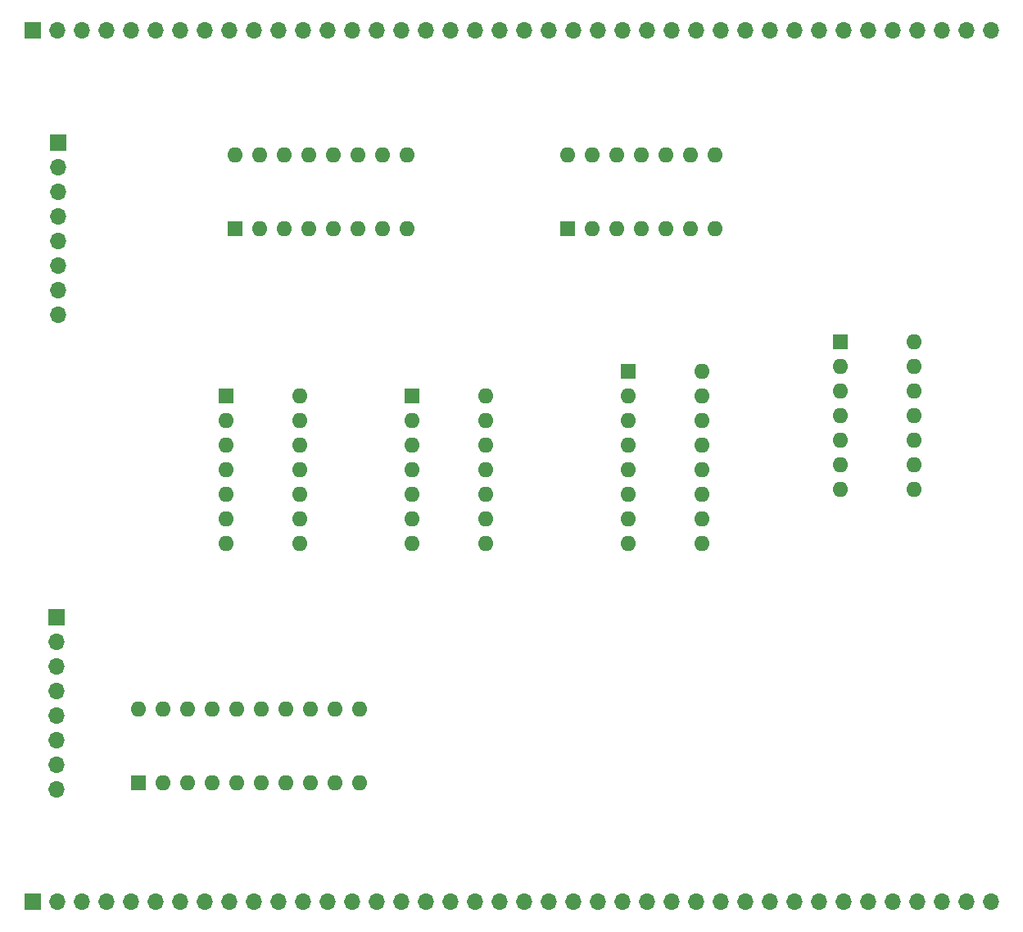
<source format=gbs>
G04 #@! TF.GenerationSoftware,KiCad,Pcbnew,(5.1.9)-1*
G04 #@! TF.CreationDate,2021-11-21T16:09:14-05:00*
G04 #@! TF.ProjectId,flags,666c6167-732e-46b6-9963-61645f706362,1.0*
G04 #@! TF.SameCoordinates,Original*
G04 #@! TF.FileFunction,Soldermask,Bot*
G04 #@! TF.FilePolarity,Negative*
%FSLAX46Y46*%
G04 Gerber Fmt 4.6, Leading zero omitted, Abs format (unit mm)*
G04 Created by KiCad (PCBNEW (5.1.9)-1) date 2021-11-21 16:09:14*
%MOMM*%
%LPD*%
G01*
G04 APERTURE LIST*
%ADD10O,1.700000X1.700000*%
%ADD11R,1.700000X1.700000*%
%ADD12O,1.600000X1.600000*%
%ADD13R,1.600000X1.600000*%
G04 APERTURE END LIST*
D10*
X88900000Y-124400000D03*
X88900000Y-121860000D03*
X88900000Y-119320000D03*
X88900000Y-116780000D03*
X88900000Y-114240000D03*
X88900000Y-111700000D03*
X88900000Y-109160000D03*
D11*
X88900000Y-106620000D03*
D10*
X89000000Y-75380000D03*
X89000000Y-72840000D03*
X89000000Y-70300000D03*
X89000000Y-67760000D03*
X89000000Y-65220000D03*
X89000000Y-62680000D03*
X89000000Y-60140000D03*
D11*
X89000000Y-57600000D03*
D12*
X177520000Y-78200000D03*
X169900000Y-93440000D03*
X177520000Y-80740000D03*
X169900000Y-90900000D03*
X177520000Y-83280000D03*
X169900000Y-88360000D03*
X177520000Y-85820000D03*
X169900000Y-85820000D03*
X177520000Y-88360000D03*
X169900000Y-83280000D03*
X177520000Y-90900000D03*
X169900000Y-80740000D03*
X177520000Y-93440000D03*
D13*
X169900000Y-78200000D03*
D12*
X141700000Y-58880000D03*
X156940000Y-66500000D03*
X144240000Y-58880000D03*
X154400000Y-66500000D03*
X146780000Y-58880000D03*
X151860000Y-66500000D03*
X149320000Y-58880000D03*
X149320000Y-66500000D03*
X151860000Y-58880000D03*
X146780000Y-66500000D03*
X154400000Y-58880000D03*
X144240000Y-66500000D03*
X156940000Y-58880000D03*
D13*
X141700000Y-66500000D03*
D12*
X97300000Y-116080000D03*
X120160000Y-123700000D03*
X99840000Y-116080000D03*
X117620000Y-123700000D03*
X102380000Y-116080000D03*
X115080000Y-123700000D03*
X104920000Y-116080000D03*
X112540000Y-123700000D03*
X107460000Y-116080000D03*
X110000000Y-123700000D03*
X110000000Y-116080000D03*
X107460000Y-123700000D03*
X112540000Y-116080000D03*
X104920000Y-123700000D03*
X115080000Y-116080000D03*
X102380000Y-123700000D03*
X117620000Y-116080000D03*
X99840000Y-123700000D03*
X120160000Y-116080000D03*
D13*
X97300000Y-123700000D03*
D12*
X155620000Y-81220000D03*
X148000000Y-99000000D03*
X155620000Y-83760000D03*
X148000000Y-96460000D03*
X155620000Y-86300000D03*
X148000000Y-93920000D03*
X155620000Y-88840000D03*
X148000000Y-91380000D03*
X155620000Y-91380000D03*
X148000000Y-88840000D03*
X155620000Y-93920000D03*
X148000000Y-86300000D03*
X155620000Y-96460000D03*
X148000000Y-83760000D03*
X155620000Y-99000000D03*
D13*
X148000000Y-81220000D03*
D12*
X114020000Y-83800000D03*
X106400000Y-99040000D03*
X114020000Y-86340000D03*
X106400000Y-96500000D03*
X114020000Y-88880000D03*
X106400000Y-93960000D03*
X114020000Y-91420000D03*
X106400000Y-91420000D03*
X114020000Y-93960000D03*
X106400000Y-88880000D03*
X114020000Y-96500000D03*
X106400000Y-86340000D03*
X114020000Y-99040000D03*
D13*
X106400000Y-83800000D03*
D12*
X133220000Y-83800000D03*
X125600000Y-99040000D03*
X133220000Y-86340000D03*
X125600000Y-96500000D03*
X133220000Y-88880000D03*
X125600000Y-93960000D03*
X133220000Y-91420000D03*
X125600000Y-91420000D03*
X133220000Y-93960000D03*
X125600000Y-88880000D03*
X133220000Y-96500000D03*
X125600000Y-86340000D03*
X133220000Y-99040000D03*
D13*
X125600000Y-83800000D03*
D12*
X107300000Y-58880000D03*
X125080000Y-66500000D03*
X109840000Y-58880000D03*
X122540000Y-66500000D03*
X112380000Y-58880000D03*
X120000000Y-66500000D03*
X114920000Y-58880000D03*
X117460000Y-66500000D03*
X117460000Y-58880000D03*
X114920000Y-66500000D03*
X120000000Y-58880000D03*
X112380000Y-66500000D03*
X122540000Y-58880000D03*
X109840000Y-66500000D03*
X125080000Y-58880000D03*
D13*
X107300000Y-66500000D03*
D10*
X185460000Y-136000000D03*
X182920000Y-136000000D03*
X180380000Y-136000000D03*
X177840000Y-136000000D03*
X175300000Y-136000000D03*
X172760000Y-136000000D03*
X170220000Y-136000000D03*
X167680000Y-136000000D03*
X165140000Y-136000000D03*
X162600000Y-136000000D03*
X160060000Y-136000000D03*
X157520000Y-136000000D03*
X154980000Y-136000000D03*
X152440000Y-136000000D03*
X149900000Y-136000000D03*
X147360000Y-136000000D03*
X144820000Y-136000000D03*
X142280000Y-136000000D03*
X139740000Y-136000000D03*
X137200000Y-136000000D03*
X134660000Y-136000000D03*
X132120000Y-136000000D03*
X129580000Y-136000000D03*
X127040000Y-136000000D03*
X124500000Y-136000000D03*
X121960000Y-136000000D03*
X119420000Y-136000000D03*
X116880000Y-136000000D03*
X114340000Y-136000000D03*
X111800000Y-136000000D03*
X109260000Y-136000000D03*
X106720000Y-136000000D03*
X104180000Y-136000000D03*
X101640000Y-136000000D03*
X99100000Y-136000000D03*
X96560000Y-136000000D03*
X94020000Y-136000000D03*
X91480000Y-136000000D03*
X88940000Y-136000000D03*
D11*
X86400000Y-136000000D03*
D10*
X185460000Y-46000000D03*
X182920000Y-46000000D03*
X180380000Y-46000000D03*
X177840000Y-46000000D03*
X175300000Y-46000000D03*
X172760000Y-46000000D03*
X170220000Y-46000000D03*
X167680000Y-46000000D03*
X165140000Y-46000000D03*
X162600000Y-46000000D03*
X160060000Y-46000000D03*
X157520000Y-46000000D03*
X154980000Y-46000000D03*
X152440000Y-46000000D03*
X149900000Y-46000000D03*
X147360000Y-46000000D03*
X144820000Y-46000000D03*
X142280000Y-46000000D03*
X139740000Y-46000000D03*
X137200000Y-46000000D03*
X134660000Y-46000000D03*
X132120000Y-46000000D03*
X129580000Y-46000000D03*
X127040000Y-46000000D03*
X124500000Y-46000000D03*
X121960000Y-46000000D03*
X119420000Y-46000000D03*
X116880000Y-46000000D03*
X114340000Y-46000000D03*
X111800000Y-46000000D03*
X109260000Y-46000000D03*
X106720000Y-46000000D03*
X104180000Y-46000000D03*
X101640000Y-46000000D03*
X99100000Y-46000000D03*
X96560000Y-46000000D03*
X94020000Y-46000000D03*
X91480000Y-46000000D03*
X88940000Y-46000000D03*
D11*
X86400000Y-46000000D03*
M02*

</source>
